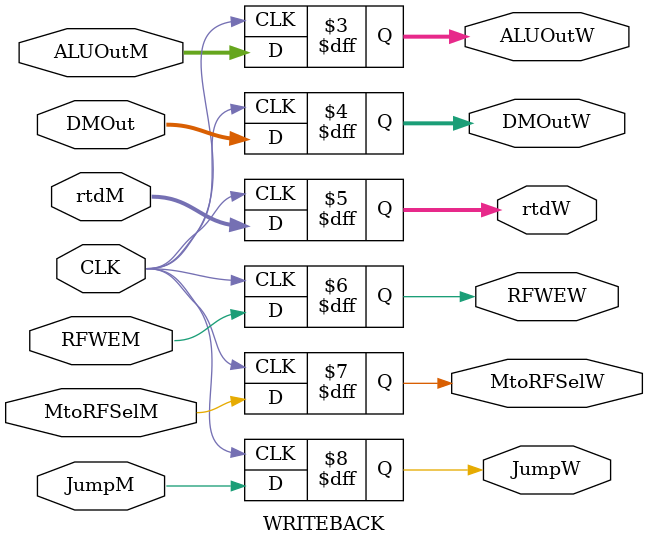
<source format=v>
`timescale 1ns / 1ps


module WRITEBACK(
input CLK,
input [31 : 0] ALUOutM,
input [31 : 0] DMOut,
input [4 : 0] rtdM,

input RFWEM,MtoRFSelM,JumpM,

output reg [31 : 0] ALUOutW,
output reg [31 : 0] DMOutW,
output reg [4 : 0] rtdW,

output reg RFWEW,MtoRFSelW,JumpW
    );
    
    initial begin
        ALUOutW <= 32'b0;
        DMOutW <= 32'b0;
        rtdW <= 5'b0;
        
        RFWEW <= 1'b0;
        MtoRFSelW <= 1'b0;
        JumpW <= 1'b0;
    end
    
    always @(posedge CLK) begin
        ALUOutW <= ALUOutM;
        DMOutW <= DMOut;
        rtdW <= rtdM;
        
        RFWEW <= RFWEM;
        MtoRFSelW <= MtoRFSelM;
        JumpW <= JumpM;
    end
    
    
endmodule

</source>
